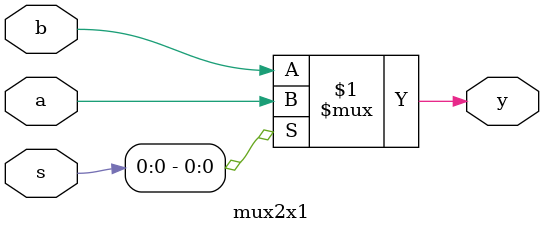
<source format=v>
`timescale 1ns / 1ps
module mux2x1(
    input a,
    input b,
	 input [1:0]s,
    output y
    );
	 
	 assign y =s[0]? a:b;
	 


endmodule

</source>
